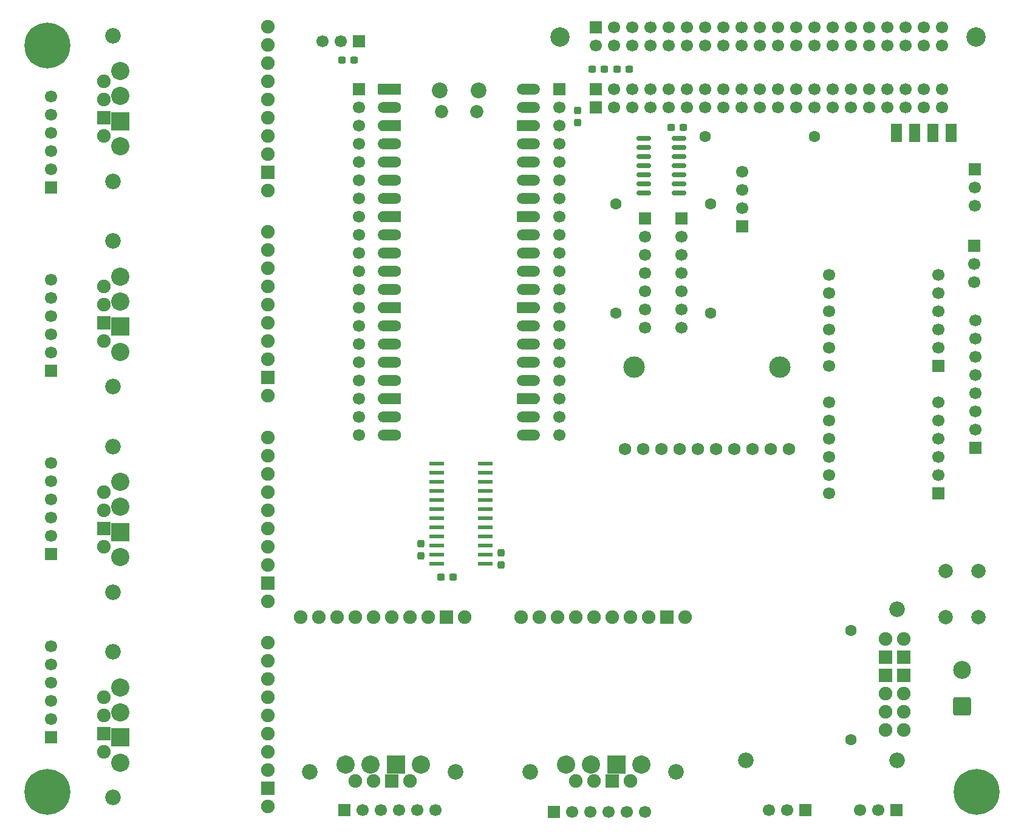
<source format=gbr>
%TF.GenerationSoftware,KiCad,Pcbnew,9.0.7*%
%TF.CreationDate,2026-02-16T00:58:25-05:00*%
%TF.ProjectId,ieee,69656565-2e6b-4696-9361-645f70636258,rev?*%
%TF.SameCoordinates,Original*%
%TF.FileFunction,Soldermask,Top*%
%TF.FilePolarity,Negative*%
%FSLAX46Y46*%
G04 Gerber Fmt 4.6, Leading zero omitted, Abs format (unit mm)*
G04 Created by KiCad (PCBNEW 9.0.7) date 2026-02-16 00:58:25*
%MOMM*%
%LPD*%
G01*
G04 APERTURE LIST*
G04 Aperture macros list*
%AMRoundRect*
0 Rectangle with rounded corners*
0 $1 Rounding radius*
0 $2 $3 $4 $5 $6 $7 $8 $9 X,Y pos of 4 corners*
0 Add a 4 corners polygon primitive as box body*
4,1,4,$2,$3,$4,$5,$6,$7,$8,$9,$2,$3,0*
0 Add four circle primitives for the rounded corners*
1,1,$1+$1,$2,$3*
1,1,$1+$1,$4,$5*
1,1,$1+$1,$6,$7*
1,1,$1+$1,$8,$9*
0 Add four rect primitives between the rounded corners*
20,1,$1+$1,$2,$3,$4,$5,0*
20,1,$1+$1,$4,$5,$6,$7,0*
20,1,$1+$1,$6,$7,$8,$9,0*
20,1,$1+$1,$8,$9,$2,$3,0*%
%AMFreePoly0*
4,1,37,0.800000,0.796148,0.878414,0.796148,1.032228,0.765552,1.177117,0.705537,1.307515,0.618408,1.418408,0.507515,1.505537,0.377117,1.565552,0.232228,1.596148,0.078414,1.596148,-0.078414,1.565552,-0.232228,1.505537,-0.377117,1.418408,-0.507515,1.307515,-0.618408,1.177117,-0.705537,1.032228,-0.765552,0.878414,-0.796148,0.800000,-0.796148,0.800000,-0.800000,-1.400000,-0.800000,
-1.403843,-0.796157,-1.439018,-0.796157,-1.511114,-0.766294,-1.566294,-0.711114,-1.596157,-0.639018,-1.596157,-0.603843,-1.600000,-0.600000,-1.600000,0.600000,-1.596157,0.603843,-1.596157,0.639018,-1.566294,0.711114,-1.511114,0.766294,-1.439018,0.796157,-1.403843,0.796157,-1.400000,0.800000,0.800000,0.800000,0.800000,0.796148,0.800000,0.796148,$1*%
%AMFreePoly1*
4,1,37,1.403843,0.796157,1.439018,0.796157,1.511114,0.766294,1.566294,0.711114,1.596157,0.639018,1.596157,0.603843,1.600000,0.600000,1.600000,-0.600000,1.596157,-0.603843,1.596157,-0.639018,1.566294,-0.711114,1.511114,-0.766294,1.439018,-0.796157,1.403843,-0.796157,1.400000,-0.800000,-0.800000,-0.800000,-0.800000,-0.796148,-0.878414,-0.796148,-1.032228,-0.765552,-1.177117,-0.705537,
-1.307515,-0.618408,-1.418408,-0.507515,-1.505537,-0.377117,-1.565552,-0.232228,-1.596148,-0.078414,-1.596148,0.078414,-1.565552,0.232228,-1.505537,0.377117,-1.418408,0.507515,-1.307515,0.618408,-1.177117,0.705537,-1.032228,0.765552,-0.878414,0.796148,-0.800000,0.796148,-0.800000,0.800000,1.400000,0.800000,1.403843,0.796157,1.403843,0.796157,$1*%
%AMFreePoly2*
4,1,37,0.603843,0.796157,0.639018,0.796157,0.711114,0.766294,0.766294,0.711114,0.796157,0.639018,0.796157,0.603843,0.800000,0.600000,0.800000,-0.600000,0.796157,-0.603843,0.796157,-0.639018,0.766294,-0.711114,0.711114,-0.766294,0.639018,-0.796157,0.603843,-0.796157,0.600000,-0.800000,0.000000,-0.800000,0.000000,-0.796148,-0.078414,-0.796148,-0.232228,-0.765552,-0.377117,-0.705537,
-0.507515,-0.618408,-0.618408,-0.507515,-0.705537,-0.377117,-0.765552,-0.232228,-0.796148,-0.078414,-0.796148,0.078414,-0.765552,0.232228,-0.705537,0.377117,-0.618408,0.507515,-0.507515,0.618408,-0.377117,0.705537,-0.232228,0.765552,-0.078414,0.796148,0.000000,0.796148,0.000000,0.800000,0.600000,0.800000,0.603843,0.796157,0.603843,0.796157,$1*%
%AMFreePoly3*
4,1,37,0.000000,0.796148,0.078414,0.796148,0.232228,0.765552,0.377117,0.705537,0.507515,0.618408,0.618408,0.507515,0.705537,0.377117,0.765552,0.232228,0.796148,0.078414,0.796148,-0.078414,0.765552,-0.232228,0.705537,-0.377117,0.618408,-0.507515,0.507515,-0.618408,0.377117,-0.705537,0.232228,-0.765552,0.078414,-0.796148,0.000000,-0.796148,0.000000,-0.800000,-0.600000,-0.800000,
-0.603843,-0.796157,-0.639018,-0.796157,-0.711114,-0.766294,-0.766294,-0.711114,-0.796157,-0.639018,-0.796157,-0.603843,-0.800000,-0.600000,-0.800000,0.600000,-0.796157,0.603843,-0.796157,0.639018,-0.766294,0.711114,-0.711114,0.766294,-0.639018,0.796157,-0.603843,0.796157,-0.600000,0.800000,0.000000,0.800000,0.000000,0.796148,0.000000,0.796148,$1*%
%AMFreePoly4*
4,1,6,1.000000,0.000000,0.500000,-0.750000,-0.500000,-0.750000,-0.500000,0.750000,0.500000,0.750000,1.000000,0.000000,1.000000,0.000000,$1*%
%AMFreePoly5*
4,1,6,0.500000,-0.750000,-0.650000,-0.750000,-0.150000,0.000000,-0.650000,0.750000,0.500000,0.750000,0.500000,-0.750000,0.500000,-0.750000,$1*%
G04 Aperture macros list end*
%ADD10C,2.200000*%
%ADD11C,1.850000*%
%ADD12FreePoly0,0.000000*%
%ADD13RoundRect,0.200000X-0.600000X-0.600000X0.600000X-0.600000X0.600000X0.600000X-0.600000X0.600000X0*%
%ADD14RoundRect,0.800000X-0.800000X-0.000010X0.800000X-0.000010X0.800000X0.000010X-0.800000X0.000010X0*%
%ADD15C,1.600000*%
%ADD16FreePoly1,0.000000*%
%ADD17FreePoly2,0.000000*%
%ADD18FreePoly3,0.000000*%
%ADD19C,2.700000*%
%ADD20R,1.700000X1.700000*%
%ADD21C,1.700000*%
%ADD22R,2.159000X0.558800*%
%ADD23RoundRect,0.237500X-0.237500X0.300000X-0.237500X-0.300000X0.237500X-0.300000X0.237500X0.300000X0*%
%ADD24FreePoly4,90.000000*%
%ADD25FreePoly5,90.000000*%
%ADD26C,6.400000*%
%ADD27RoundRect,0.150000X-0.825000X-0.150000X0.825000X-0.150000X0.825000X0.150000X-0.825000X0.150000X0*%
%ADD28RoundRect,0.237500X0.237500X-0.300000X0.237500X0.300000X-0.237500X0.300000X-0.237500X-0.300000X0*%
%ADD29RoundRect,0.237500X0.300000X0.237500X-0.300000X0.237500X-0.300000X-0.237500X0.300000X-0.237500X0*%
%ADD30RoundRect,0.250000X1.000000X-1.000000X1.000000X1.000000X-1.000000X1.000000X-1.000000X-1.000000X0*%
%ADD31C,2.500000*%
%ADD32C,2.180000*%
%ADD33C,1.905000*%
%ADD34R,1.905000X1.905000*%
%ADD35C,2.540000*%
%ADD36R,2.540000X2.540000*%
%ADD37C,2.000000*%
%ADD38C,3.000000*%
%ADD39C,1.750000*%
%ADD40RoundRect,0.237500X-0.300000X-0.237500X0.300000X-0.237500X0.300000X0.237500X-0.300000X0.237500X0*%
G04 APERTURE END LIST*
%TO.C,JP3*%
G36*
X214134000Y-51517000D02*
G01*
X215634000Y-51517000D01*
X215634000Y-49067000D01*
X214134000Y-49067000D01*
X214134000Y-51517000D01*
G37*
%TO.C,JP2*%
G36*
X209054000Y-51517000D02*
G01*
X210554000Y-51517000D01*
X210554000Y-49067000D01*
X209054000Y-49067000D01*
X209054000Y-51517000D01*
G37*
%TO.C,JP4*%
G36*
X206514000Y-51517000D02*
G01*
X208014000Y-51517000D01*
X208014000Y-49067000D01*
X206514000Y-49067000D01*
X206514000Y-51517000D01*
G37*
%TO.C,JP1*%
G36*
X211594000Y-51517000D02*
G01*
X213094000Y-51517000D01*
X213094000Y-49067000D01*
X211594000Y-49067000D01*
X211594000Y-51517000D01*
G37*
%TD*%
D10*
%TO.C,A3*%
X143579000Y-44326000D03*
D11*
X143879000Y-47356000D03*
X148729000Y-47356000D03*
D10*
X149029000Y-44326000D03*
D12*
X136614000Y-44196000D03*
D13*
X137414000Y-44196000D03*
D14*
X136614000Y-46736000D03*
D15*
X137414000Y-46736000D03*
D16*
X136614000Y-49276000D03*
D17*
X137414000Y-49276000D03*
D14*
X136614000Y-51816000D03*
D15*
X137414000Y-51816000D03*
D14*
X136614000Y-54356000D03*
D15*
X137414000Y-54356000D03*
D14*
X136614000Y-56896000D03*
D15*
X137414000Y-56896000D03*
D14*
X136614000Y-59436000D03*
D15*
X137414000Y-59436000D03*
D16*
X136614000Y-61976000D03*
D17*
X137414000Y-61976000D03*
D14*
X136614000Y-64516000D03*
D15*
X137414000Y-64516000D03*
D14*
X136614000Y-67056000D03*
D15*
X137414000Y-67056000D03*
D14*
X136614000Y-69596000D03*
D15*
X137414000Y-69596000D03*
D14*
X136614000Y-72136000D03*
D15*
X137414000Y-72136000D03*
D16*
X136614000Y-74676000D03*
D17*
X137414000Y-74676000D03*
D14*
X136614000Y-77216000D03*
D15*
X137414000Y-77216000D03*
D14*
X136614000Y-79756000D03*
D15*
X137414000Y-79756000D03*
D14*
X136614000Y-82296000D03*
D15*
X137414000Y-82296000D03*
D14*
X136614000Y-84836000D03*
D15*
X137414000Y-84836000D03*
D16*
X136614000Y-87376000D03*
D17*
X137414000Y-87376000D03*
D14*
X136614000Y-89916000D03*
D15*
X137414000Y-89916000D03*
D14*
X136614000Y-92456000D03*
D15*
X137414000Y-92456000D03*
X155194000Y-92456000D03*
D14*
X155994000Y-92456000D03*
D15*
X155194000Y-89916000D03*
D14*
X155994000Y-89916000D03*
D18*
X155194000Y-87376000D03*
D12*
X155994000Y-87376000D03*
D15*
X155194000Y-84836000D03*
D14*
X155994000Y-84836000D03*
D15*
X155194000Y-82296000D03*
D14*
X155994000Y-82296000D03*
D15*
X155194000Y-79756000D03*
D14*
X155994000Y-79756000D03*
D15*
X155194000Y-77216000D03*
D14*
X155994000Y-77216000D03*
D18*
X155194000Y-74676000D03*
D12*
X155994000Y-74676000D03*
D15*
X155194000Y-72136000D03*
D14*
X155994000Y-72136000D03*
D15*
X155194000Y-69596000D03*
D14*
X155994000Y-69596000D03*
D15*
X155194000Y-67056000D03*
D14*
X155994000Y-67056000D03*
D15*
X155194000Y-64516000D03*
D14*
X155994000Y-64516000D03*
D18*
X155194000Y-61976000D03*
D12*
X155994000Y-61976000D03*
D15*
X155194000Y-59436000D03*
D14*
X155994000Y-59436000D03*
D15*
X155194000Y-56896000D03*
D14*
X155994000Y-56896000D03*
D15*
X155194000Y-54356000D03*
D14*
X155994000Y-54356000D03*
D15*
X155194000Y-51816000D03*
D14*
X155994000Y-51816000D03*
D18*
X155194000Y-49276000D03*
D12*
X155994000Y-49276000D03*
D15*
X155194000Y-46736000D03*
D14*
X155994000Y-46736000D03*
D15*
X155194000Y-44196000D03*
D14*
X155994000Y-44196000D03*
%TD*%
D19*
%TO.C,A1*%
X160384000Y-36870000D03*
X218384000Y-36870000D03*
D20*
X165354000Y-35560000D03*
D21*
X165354000Y-38100000D03*
X167894000Y-35560000D03*
X167894000Y-38100000D03*
X170434000Y-35560000D03*
X170434000Y-38100000D03*
X172974000Y-35560000D03*
X172974000Y-38100000D03*
X175514000Y-35560000D03*
X175514000Y-38100000D03*
X178054000Y-35560000D03*
X178054000Y-38100000D03*
X180594000Y-35560000D03*
X180594000Y-38100000D03*
X183134000Y-35560000D03*
X183134000Y-38100000D03*
X185674000Y-35560000D03*
X185674000Y-38100000D03*
X188214000Y-35560000D03*
X188214000Y-38100000D03*
X190754000Y-35560000D03*
X190754000Y-38100000D03*
X193294000Y-35560000D03*
X193294000Y-38100000D03*
X195834000Y-35560000D03*
X195834000Y-38100000D03*
X198374000Y-35560000D03*
X198374000Y-38100000D03*
X200914000Y-35560000D03*
X200914000Y-38100000D03*
X203454000Y-35560000D03*
X203454000Y-38100000D03*
X205994000Y-35560000D03*
X205994000Y-38100000D03*
X208534000Y-35560000D03*
X208534000Y-38100000D03*
X211074000Y-35560000D03*
X211074000Y-38100000D03*
X213614000Y-35560000D03*
X213614000Y-38100000D03*
%TD*%
D22*
%TO.C,U6*%
X149936200Y-110363000D03*
X149936200Y-109093000D03*
X149936200Y-107823000D03*
X149936200Y-106553000D03*
X149936200Y-105283000D03*
X149936200Y-104013000D03*
X149936200Y-102743000D03*
X149936200Y-101473000D03*
X149936200Y-100203000D03*
X149936200Y-98933000D03*
X149936200Y-97663000D03*
X149936200Y-96393000D03*
X143179800Y-96393000D03*
X143179800Y-97663000D03*
X143179800Y-98933000D03*
X143179800Y-100203000D03*
X143179800Y-101473000D03*
X143179800Y-102743000D03*
X143179800Y-104013000D03*
X143179800Y-105283000D03*
X143179800Y-106553000D03*
X143179800Y-107823000D03*
X143179800Y-109093000D03*
X143179800Y-110363000D03*
%TD*%
D23*
%TO.C,C3*%
X152146000Y-108865500D03*
X152146000Y-110590500D03*
%TD*%
D24*
%TO.C,JP3*%
X214884000Y-51017000D03*
D25*
X214884000Y-49567000D03*
%TD*%
D20*
%TO.C,U5*%
X132334000Y-37541200D03*
D21*
X129794000Y-37541200D03*
X127254000Y-37541200D03*
%TD*%
D23*
%TO.C,C1*%
X140970000Y-107595500D03*
X140970000Y-109320500D03*
%TD*%
D26*
%TO.C,H2*%
X88900000Y-38100000D03*
%TD*%
D27*
%TO.C,U2*%
X172023000Y-51054000D03*
X172023000Y-52324000D03*
X172023000Y-53594000D03*
X172023000Y-54864000D03*
X172023000Y-56134000D03*
X172023000Y-57404000D03*
X172023000Y-58674000D03*
X176973000Y-58674000D03*
X176973000Y-57404000D03*
X176973000Y-56134000D03*
X176973000Y-54864000D03*
X176973000Y-53594000D03*
X176973000Y-52324000D03*
X176973000Y-51054000D03*
%TD*%
D28*
%TO.C,C4*%
X162814000Y-48868500D03*
X162814000Y-47143500D03*
%TD*%
D20*
%TO.C,M1*%
X89448640Y-134620000D03*
D21*
X89448640Y-132080000D03*
X89448640Y-129540000D03*
X89448640Y-127000000D03*
X89448640Y-124460000D03*
X89448640Y-121920000D03*
%TD*%
D20*
%TO.C,U4*%
X177262000Y-62230000D03*
D21*
X177262000Y-64770000D03*
X177262000Y-67310000D03*
X177262000Y-69850000D03*
X177262000Y-72390000D03*
X177262000Y-74930000D03*
X177262000Y-77470000D03*
%TD*%
D20*
%TO.C,S1*%
X194564000Y-144780000D03*
D21*
X192024000Y-144780000D03*
X189484000Y-144780000D03*
%TD*%
D29*
%TO.C,C7*%
X177546000Y-49530000D03*
X175821000Y-49530000D03*
%TD*%
D30*
%TO.C,J1*%
X216408000Y-130332400D03*
D31*
X216408000Y-125252400D03*
%TD*%
D20*
%TO.C,M3*%
X89448640Y-83481333D03*
D21*
X89448640Y-80941333D03*
X89448640Y-78401333D03*
X89448640Y-75861333D03*
X89448640Y-73321333D03*
X89448640Y-70781333D03*
%TD*%
D32*
%TO.C,U13*%
X176570640Y-139471400D03*
X156250640Y-139471400D03*
D33*
X177840640Y-117881400D03*
D34*
X175300640Y-117881400D03*
D33*
X172760640Y-117881400D03*
X170220640Y-117881400D03*
X167680640Y-117881400D03*
X165140640Y-117881400D03*
X162600640Y-117881400D03*
X160060640Y-117881400D03*
X157520640Y-117881400D03*
X154980640Y-117881400D03*
D35*
X161203640Y-138455400D03*
D33*
X162600640Y-140741400D03*
D35*
X164703760Y-138455400D03*
D33*
X165140640Y-140741400D03*
D36*
X168203880Y-138455400D03*
D34*
X167680640Y-140741400D03*
D35*
X171704000Y-138455400D03*
D33*
X170220640Y-140741400D03*
%TD*%
D20*
%TO.C,J3*%
X165354000Y-44196000D03*
D21*
X167894000Y-44196000D03*
X170434000Y-44196000D03*
X172974000Y-44196000D03*
X175514000Y-44196000D03*
X178054000Y-44196000D03*
X180594000Y-44196000D03*
X183134000Y-44196000D03*
X185674000Y-44196000D03*
X188214000Y-44196000D03*
X190754000Y-44196000D03*
X193294000Y-44196000D03*
X195834000Y-44196000D03*
X198374000Y-44196000D03*
X200914000Y-44196000D03*
X203454000Y-44196000D03*
X205994000Y-44196000D03*
X208534000Y-44196000D03*
X211074000Y-44196000D03*
X213614000Y-44196000D03*
%TD*%
D29*
%TO.C,C2*%
X145489000Y-112268000D03*
X143764000Y-112268000D03*
%TD*%
D20*
%TO.C,S3*%
X218135200Y-66040000D03*
D21*
X218135200Y-68580000D03*
X218135200Y-71120000D03*
%TD*%
D20*
%TO.C,M2*%
X89448640Y-109050667D03*
D21*
X89448640Y-106510667D03*
X89448640Y-103970667D03*
X89448640Y-101430667D03*
X89448640Y-98890667D03*
X89448640Y-96350667D03*
%TD*%
D26*
%TO.C,H1*%
X218440000Y-142240000D03*
%TD*%
D32*
%TO.C,U10*%
X98059240Y-57023000D03*
X98059240Y-36703000D03*
D33*
X119649240Y-58293000D03*
D34*
X119649240Y-55753000D03*
D33*
X119649240Y-53213000D03*
X119649240Y-50673000D03*
X119649240Y-48133000D03*
X119649240Y-45593000D03*
X119649240Y-43053000D03*
X119649240Y-40513000D03*
X119649240Y-37973000D03*
X119649240Y-35433000D03*
D35*
X99075240Y-41656000D03*
D33*
X96789240Y-43053000D03*
D35*
X99075240Y-45156120D03*
D33*
X96789240Y-45593000D03*
D36*
X99075240Y-48656240D03*
D34*
X96789240Y-48133000D03*
D35*
X99075240Y-52156360D03*
D33*
X96789240Y-50673000D03*
%TD*%
D20*
%TO.C,U12*%
X213106000Y-82804000D03*
D21*
X213106000Y-80264000D03*
X213106000Y-77724000D03*
X213106000Y-75184000D03*
X213106000Y-72644000D03*
X213106000Y-70104000D03*
X197866000Y-70104000D03*
X197866000Y-72644000D03*
X197866000Y-75184000D03*
X197866000Y-77724000D03*
X197866000Y-80264000D03*
X197866000Y-82804000D03*
%TD*%
D24*
%TO.C,JP2*%
X209804000Y-51017000D03*
D25*
X209804000Y-49567000D03*
%TD*%
D37*
%TO.C,SW1*%
X214158000Y-117880200D03*
X214158000Y-111380200D03*
X218658000Y-117880200D03*
X218658000Y-111380200D03*
%TD*%
D20*
%TO.C,U11*%
X213106000Y-100584000D03*
D21*
X213106000Y-98044000D03*
X213106000Y-95504000D03*
X213106000Y-92964000D03*
X213106000Y-90424000D03*
X213106000Y-87884000D03*
X197866000Y-87884000D03*
X197866000Y-90424000D03*
X197866000Y-92964000D03*
X197866000Y-95504000D03*
X197866000Y-98044000D03*
X197866000Y-100584000D03*
%TD*%
D32*
%TO.C,U8*%
X98059240Y-114342333D03*
X98059240Y-94022333D03*
D33*
X119649240Y-115612333D03*
D34*
X119649240Y-113072333D03*
D33*
X119649240Y-110532333D03*
X119649240Y-107992333D03*
X119649240Y-105452333D03*
X119649240Y-102912333D03*
X119649240Y-100372333D03*
X119649240Y-97832333D03*
X119649240Y-95292333D03*
X119649240Y-92752333D03*
D35*
X99075240Y-98975333D03*
D33*
X96789240Y-100372333D03*
D35*
X99075240Y-102475453D03*
D33*
X96789240Y-102912333D03*
D36*
X99075240Y-105975573D03*
D34*
X96789240Y-105452333D03*
D35*
X99075240Y-109475693D03*
D33*
X96789240Y-107992333D03*
%TD*%
D20*
%TO.C,J6*%
X160274000Y-44196000D03*
D21*
X160274000Y-46736000D03*
X160274000Y-49276000D03*
X160274000Y-51816000D03*
X160274000Y-54356000D03*
X160274000Y-56896000D03*
X160274000Y-59436000D03*
X160274000Y-61976000D03*
X160274000Y-64516000D03*
X160274000Y-67056000D03*
X160274000Y-69596000D03*
X160274000Y-72136000D03*
X160274000Y-74676000D03*
X160274000Y-77216000D03*
X160274000Y-79756000D03*
X160274000Y-82296000D03*
X160274000Y-84836000D03*
X160274000Y-87376000D03*
X160274000Y-89916000D03*
X160274000Y-92456000D03*
%TD*%
D29*
%TO.C,C5*%
X131672500Y-40132000D03*
X129947500Y-40132000D03*
%TD*%
D15*
%TO.C,R3*%
X200891000Y-119675000D03*
X200891000Y-134915000D03*
%TD*%
D20*
%TO.C,J4*%
X185796400Y-63322200D03*
D21*
X185796400Y-60782200D03*
X185796400Y-58242200D03*
X185796400Y-55702200D03*
%TD*%
D20*
%TO.C,J2*%
X165354000Y-46736000D03*
D21*
X167894000Y-46736000D03*
X170434000Y-46736000D03*
X172974000Y-46736000D03*
X175514000Y-46736000D03*
X178054000Y-46736000D03*
X180594000Y-46736000D03*
X183134000Y-46736000D03*
X185674000Y-46736000D03*
X188214000Y-46736000D03*
X190754000Y-46736000D03*
X193294000Y-46736000D03*
X195834000Y-46736000D03*
X198374000Y-46736000D03*
X200914000Y-46736000D03*
X203454000Y-46736000D03*
X205994000Y-46736000D03*
X208534000Y-46736000D03*
X211074000Y-46736000D03*
X213614000Y-46736000D03*
%TD*%
D20*
%TO.C,U1*%
X172182000Y-62230000D03*
D21*
X172182000Y-64770000D03*
X172182000Y-67310000D03*
X172182000Y-69850000D03*
X172182000Y-72390000D03*
X172182000Y-74930000D03*
X172182000Y-77470000D03*
%TD*%
D15*
%TO.C,R1*%
X180594000Y-50825400D03*
X195834000Y-50825400D03*
%TD*%
D24*
%TO.C,JP4*%
X207264000Y-51017000D03*
D25*
X207264000Y-49567000D03*
%TD*%
D32*
%TO.C,U7*%
X98059240Y-143002000D03*
X98059240Y-122682000D03*
D33*
X119649240Y-144272000D03*
D34*
X119649240Y-141732000D03*
D33*
X119649240Y-139192000D03*
X119649240Y-136652000D03*
X119649240Y-134112000D03*
X119649240Y-131572000D03*
X119649240Y-129032000D03*
X119649240Y-126492000D03*
X119649240Y-123952000D03*
X119649240Y-121412000D03*
D35*
X99075240Y-127635000D03*
D33*
X96789240Y-129032000D03*
D35*
X99075240Y-131135120D03*
D33*
X96789240Y-131572000D03*
D36*
X99075240Y-134635240D03*
D34*
X96789240Y-134112000D03*
D35*
X99075240Y-138135360D03*
D33*
X96789240Y-136652000D03*
%TD*%
D20*
%TO.C,M6*%
X159552640Y-145034000D03*
D21*
X162092640Y-145034000D03*
X164632640Y-145034000D03*
X167172640Y-145034000D03*
X169712640Y-145034000D03*
X172252640Y-145034000D03*
%TD*%
D32*
%TO.C,U9*%
X98059240Y-85682667D03*
X98059240Y-65362667D03*
D33*
X119649240Y-86952667D03*
D34*
X119649240Y-84412667D03*
D33*
X119649240Y-81872667D03*
X119649240Y-79332667D03*
X119649240Y-76792667D03*
X119649240Y-74252667D03*
X119649240Y-71712667D03*
X119649240Y-69172667D03*
X119649240Y-66632667D03*
X119649240Y-64092667D03*
D35*
X99075240Y-70315667D03*
D33*
X96789240Y-71712667D03*
D35*
X99075240Y-73815787D03*
D33*
X96789240Y-74252667D03*
D36*
X99075240Y-77315907D03*
D34*
X96789240Y-76792667D03*
D35*
X99075240Y-80816027D03*
D33*
X96789240Y-79332667D03*
%TD*%
D32*
%TO.C,U14*%
X145836640Y-139446000D03*
X125516640Y-139446000D03*
D33*
X147106640Y-117856000D03*
D34*
X144566640Y-117856000D03*
D33*
X142026640Y-117856000D03*
X139486640Y-117856000D03*
X136946640Y-117856000D03*
X134406640Y-117856000D03*
X131866640Y-117856000D03*
X129326640Y-117856000D03*
X126786640Y-117856000D03*
X124246640Y-117856000D03*
D35*
X130469640Y-138430000D03*
D33*
X131866640Y-140716000D03*
D35*
X133969760Y-138430000D03*
D33*
X134406640Y-140716000D03*
D36*
X137469880Y-138430000D03*
D34*
X136946640Y-140716000D03*
D35*
X140970000Y-138430000D03*
D33*
X139486640Y-140716000D03*
%TD*%
D20*
%TO.C,M5*%
X218236800Y-94234000D03*
D21*
X218236800Y-91694000D03*
X218236800Y-89154000D03*
X218236800Y-86614000D03*
X218236800Y-84074000D03*
X218236800Y-81534000D03*
X218236800Y-78994000D03*
X218236800Y-76454000D03*
%TD*%
D20*
%TO.C,S4*%
X218186000Y-55372000D03*
D21*
X218186000Y-57912000D03*
X218186000Y-60452000D03*
%TD*%
D32*
%TO.C,U3*%
X186309000Y-137795000D03*
X207391000Y-137795000D03*
X207391000Y-116713000D03*
D33*
X208280000Y-133604000D03*
X205740000Y-131064000D03*
X208280000Y-131064000D03*
X205740000Y-128524000D03*
X208280000Y-128524000D03*
D34*
X205740000Y-125984000D03*
X208280000Y-125984000D03*
X205740000Y-123444000D03*
X208280000Y-123444000D03*
D33*
X205740000Y-120904000D03*
X208280000Y-120904000D03*
X205740000Y-133604000D03*
%TD*%
D38*
%TO.C,A2*%
X170688000Y-82981800D03*
X191008000Y-82981800D03*
D39*
X169418000Y-94411800D03*
X171958000Y-94411800D03*
X174498000Y-94411800D03*
X177038000Y-94411800D03*
X179578000Y-94411800D03*
X182118000Y-94411800D03*
X184658000Y-94411800D03*
X187198000Y-94411800D03*
X189738000Y-94411800D03*
X192278000Y-94411800D03*
%TD*%
D26*
%TO.C,H3*%
X88900000Y-142240000D03*
%TD*%
D15*
%TO.C,R2*%
X168118000Y-75438000D03*
X168118000Y-60198000D03*
%TD*%
D24*
%TO.C,JP1*%
X212344000Y-51017000D03*
D25*
X212344000Y-49567000D03*
%TD*%
D20*
%TO.C,M7*%
X130342640Y-144780000D03*
D21*
X132882640Y-144780000D03*
X135422640Y-144780000D03*
X137962640Y-144780000D03*
X140502640Y-144780000D03*
X143042640Y-144780000D03*
%TD*%
D20*
%TO.C,J5*%
X132334000Y-44196000D03*
D21*
X132334000Y-46736000D03*
X132334000Y-49276000D03*
X132334000Y-51816000D03*
X132334000Y-54356000D03*
X132334000Y-56896000D03*
X132334000Y-59436000D03*
X132334000Y-61976000D03*
X132334000Y-64516000D03*
X132334000Y-67056000D03*
X132334000Y-69596000D03*
X132334000Y-72136000D03*
X132334000Y-74676000D03*
X132334000Y-77216000D03*
X132334000Y-79756000D03*
X132334000Y-82296000D03*
X132334000Y-84836000D03*
X132334000Y-87376000D03*
X132334000Y-89916000D03*
X132334000Y-92456000D03*
%TD*%
D20*
%TO.C,S2*%
X207264000Y-144780000D03*
D21*
X204724000Y-144780000D03*
X202184000Y-144780000D03*
%TD*%
D29*
%TO.C,C6*%
X170026500Y-41402000D03*
X168301500Y-41402000D03*
%TD*%
D20*
%TO.C,M4*%
X89448640Y-57912000D03*
D21*
X89448640Y-55372000D03*
X89448640Y-52832000D03*
X89448640Y-50292000D03*
X89448640Y-47752000D03*
X89448640Y-45212000D03*
%TD*%
D40*
%TO.C,C8*%
X164846000Y-41402000D03*
X166571000Y-41402000D03*
%TD*%
D15*
%TO.C,R4*%
X181326000Y-60198000D03*
X181326000Y-75438000D03*
%TD*%
M02*

</source>
